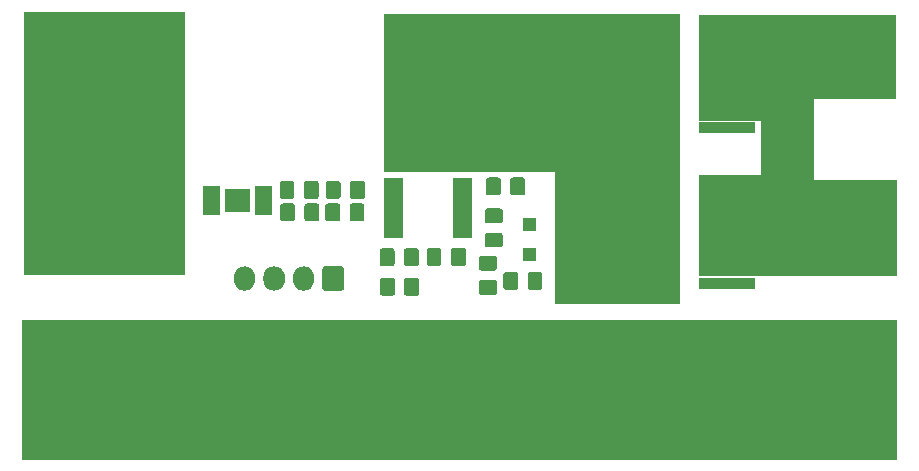
<source format=gts>
G04 #@! TF.GenerationSoftware,KiCad,Pcbnew,(5.1.2)-1*
G04 #@! TF.CreationDate,2019-09-07T09:30:14+02:00*
G04 #@! TF.ProjectId,Anti-Spark,416e7469-2d53-4706-9172-6b2e6b696361,rev?*
G04 #@! TF.SameCoordinates,Original*
G04 #@! TF.FileFunction,Soldermask,Top*
G04 #@! TF.FilePolarity,Negative*
%FSLAX46Y46*%
G04 Gerber Fmt 4.6, Leading zero omitted, Abs format (unit mm)*
G04 Created by KiCad (PCBNEW (5.1.2)-1) date 2019-09-07 09:30:14*
%MOMM*%
%LPD*%
G04 APERTURE LIST*
%ADD10C,0.100000*%
G04 APERTURE END LIST*
D10*
G36*
X147100000Y-58500000D02*
G01*
X140000000Y-58500000D01*
X140000000Y-50500000D01*
X147100000Y-50500000D01*
X147100000Y-58500000D01*
G37*
X147100000Y-58500000D02*
X140000000Y-58500000D01*
X140000000Y-50500000D01*
X147100000Y-50500000D01*
X147100000Y-58500000D01*
G36*
X147100000Y-74100000D02*
G01*
X73100000Y-74100000D01*
X73100000Y-62300000D01*
X147100000Y-62300000D01*
X147100000Y-74100000D01*
G37*
X147100000Y-74100000D02*
X73100000Y-74100000D01*
X73100000Y-62300000D01*
X147100000Y-62300000D01*
X147100000Y-74100000D01*
G36*
X128700000Y-60900000D02*
G01*
X118200000Y-60900000D01*
X118200000Y-49700000D01*
X103700000Y-49700000D01*
X103700000Y-36400000D01*
X128700000Y-36400000D01*
X128700000Y-60900000D01*
G37*
X128700000Y-60900000D02*
X118200000Y-60900000D01*
X118200000Y-49700000D01*
X103700000Y-49700000D01*
X103700000Y-36400000D01*
X128700000Y-36400000D01*
X128700000Y-60900000D01*
G36*
X86800000Y-58400000D02*
G01*
X73200000Y-58400000D01*
X73200000Y-36200000D01*
X86800000Y-36200000D01*
X86800000Y-58400000D01*
G37*
X86800000Y-58400000D02*
X73200000Y-58400000D01*
X73200000Y-36200000D01*
X86800000Y-36200000D01*
X86800000Y-58400000D01*
G36*
X147000000Y-43500000D02*
G01*
X140000000Y-43500000D01*
X140000000Y-58500000D01*
X130400000Y-58500000D01*
X130400000Y-50000000D01*
X135600000Y-50000000D01*
X135600000Y-45400000D01*
X130400000Y-45400000D01*
X130400000Y-36500000D01*
X147000000Y-36500000D01*
X147000000Y-43500000D01*
G37*
X147000000Y-43500000D02*
X140000000Y-43500000D01*
X140000000Y-58500000D01*
X130400000Y-58500000D01*
X130400000Y-50000000D01*
X135600000Y-50000000D01*
X135600000Y-45400000D01*
X130400000Y-45400000D01*
X130400000Y-36500000D01*
X147000000Y-36500000D01*
X147000000Y-43500000D01*
G36*
X128364000Y-60844000D02*
G01*
X118862000Y-60844000D01*
X118862000Y-49942000D01*
X128364000Y-49942000D01*
X128364000Y-60844000D01*
X128364000Y-60844000D01*
G37*
G36*
X106513674Y-58753465D02*
G01*
X106551367Y-58764899D01*
X106586103Y-58783466D01*
X106616548Y-58808452D01*
X106641534Y-58838897D01*
X106660101Y-58873633D01*
X106671535Y-58911326D01*
X106676000Y-58956661D01*
X106676000Y-60043339D01*
X106671535Y-60088674D01*
X106660101Y-60126367D01*
X106641534Y-60161103D01*
X106616548Y-60191548D01*
X106586103Y-60216534D01*
X106551367Y-60235101D01*
X106513674Y-60246535D01*
X106468339Y-60251000D01*
X105631661Y-60251000D01*
X105586326Y-60246535D01*
X105548633Y-60235101D01*
X105513897Y-60216534D01*
X105483452Y-60191548D01*
X105458466Y-60161103D01*
X105439899Y-60126367D01*
X105428465Y-60088674D01*
X105424000Y-60043339D01*
X105424000Y-58956661D01*
X105428465Y-58911326D01*
X105439899Y-58873633D01*
X105458466Y-58838897D01*
X105483452Y-58808452D01*
X105513897Y-58783466D01*
X105548633Y-58764899D01*
X105586326Y-58753465D01*
X105631661Y-58749000D01*
X106468339Y-58749000D01*
X106513674Y-58753465D01*
X106513674Y-58753465D01*
G37*
G36*
X104463674Y-58753465D02*
G01*
X104501367Y-58764899D01*
X104536103Y-58783466D01*
X104566548Y-58808452D01*
X104591534Y-58838897D01*
X104610101Y-58873633D01*
X104621535Y-58911326D01*
X104626000Y-58956661D01*
X104626000Y-60043339D01*
X104621535Y-60088674D01*
X104610101Y-60126367D01*
X104591534Y-60161103D01*
X104566548Y-60191548D01*
X104536103Y-60216534D01*
X104501367Y-60235101D01*
X104463674Y-60246535D01*
X104418339Y-60251000D01*
X103581661Y-60251000D01*
X103536326Y-60246535D01*
X103498633Y-60235101D01*
X103463897Y-60216534D01*
X103433452Y-60191548D01*
X103408466Y-60161103D01*
X103389899Y-60126367D01*
X103378465Y-60088674D01*
X103374000Y-60043339D01*
X103374000Y-58956661D01*
X103378465Y-58911326D01*
X103389899Y-58873633D01*
X103408466Y-58838897D01*
X103433452Y-58808452D01*
X103463897Y-58783466D01*
X103498633Y-58764899D01*
X103536326Y-58753465D01*
X103581661Y-58749000D01*
X104418339Y-58749000D01*
X104463674Y-58753465D01*
X104463674Y-58753465D01*
G37*
G36*
X113088674Y-58928465D02*
G01*
X113126367Y-58939899D01*
X113161103Y-58958466D01*
X113191548Y-58983452D01*
X113216534Y-59013897D01*
X113235101Y-59048633D01*
X113246535Y-59086326D01*
X113251000Y-59131661D01*
X113251000Y-59968339D01*
X113246535Y-60013674D01*
X113235101Y-60051367D01*
X113216534Y-60086103D01*
X113191548Y-60116548D01*
X113161103Y-60141534D01*
X113126367Y-60160101D01*
X113088674Y-60171535D01*
X113043339Y-60176000D01*
X111956661Y-60176000D01*
X111911326Y-60171535D01*
X111873633Y-60160101D01*
X111838897Y-60141534D01*
X111808452Y-60116548D01*
X111783466Y-60086103D01*
X111764899Y-60051367D01*
X111753465Y-60013674D01*
X111749000Y-59968339D01*
X111749000Y-59131661D01*
X111753465Y-59086326D01*
X111764899Y-59048633D01*
X111783466Y-59013897D01*
X111808452Y-58983452D01*
X111838897Y-58958466D01*
X111873633Y-58939899D01*
X111911326Y-58928465D01*
X111956661Y-58924000D01*
X113043339Y-58924000D01*
X113088674Y-58928465D01*
X113088674Y-58928465D01*
G37*
G36*
X92076627Y-57787037D02*
G01*
X92246466Y-57838557D01*
X92402991Y-57922222D01*
X92438729Y-57951552D01*
X92540186Y-58034814D01*
X92610727Y-58120770D01*
X92652778Y-58172009D01*
X92736443Y-58328534D01*
X92787963Y-58498374D01*
X92801000Y-58630743D01*
X92801000Y-58969258D01*
X92787963Y-59101627D01*
X92736443Y-59271466D01*
X92652778Y-59427991D01*
X92623448Y-59463729D01*
X92540186Y-59565186D01*
X92402989Y-59677779D01*
X92246467Y-59761442D01*
X92246465Y-59761443D01*
X92076626Y-59812963D01*
X91900000Y-59830359D01*
X91723373Y-59812963D01*
X91553534Y-59761443D01*
X91397009Y-59677778D01*
X91338838Y-59630038D01*
X91259814Y-59565186D01*
X91147221Y-59427989D01*
X91063558Y-59271467D01*
X91063557Y-59271465D01*
X91012037Y-59101626D01*
X90999000Y-58969257D01*
X90999000Y-58630742D01*
X91012037Y-58498373D01*
X91063557Y-58328534D01*
X91147222Y-58172009D01*
X91259815Y-58034815D01*
X91397010Y-57922222D01*
X91553535Y-57838557D01*
X91723374Y-57787037D01*
X91900000Y-57769641D01*
X92076627Y-57787037D01*
X92076627Y-57787037D01*
G37*
G36*
X94576627Y-57787037D02*
G01*
X94746466Y-57838557D01*
X94902991Y-57922222D01*
X94938729Y-57951552D01*
X95040186Y-58034814D01*
X95110727Y-58120770D01*
X95152778Y-58172009D01*
X95236443Y-58328534D01*
X95287963Y-58498374D01*
X95301000Y-58630743D01*
X95301000Y-58969258D01*
X95287963Y-59101627D01*
X95236443Y-59271466D01*
X95152778Y-59427991D01*
X95123448Y-59463729D01*
X95040186Y-59565186D01*
X94902989Y-59677779D01*
X94746467Y-59761442D01*
X94746465Y-59761443D01*
X94576626Y-59812963D01*
X94400000Y-59830359D01*
X94223373Y-59812963D01*
X94053534Y-59761443D01*
X93897009Y-59677778D01*
X93838838Y-59630038D01*
X93759814Y-59565186D01*
X93647221Y-59427989D01*
X93563558Y-59271467D01*
X93563557Y-59271465D01*
X93512037Y-59101626D01*
X93499000Y-58969257D01*
X93499000Y-58630742D01*
X93512037Y-58498373D01*
X93563557Y-58328534D01*
X93647222Y-58172009D01*
X93759815Y-58034815D01*
X93897010Y-57922222D01*
X94053535Y-57838557D01*
X94223374Y-57787037D01*
X94400000Y-57769641D01*
X94576627Y-57787037D01*
X94576627Y-57787037D01*
G37*
G36*
X97076627Y-57787037D02*
G01*
X97246466Y-57838557D01*
X97402991Y-57922222D01*
X97438729Y-57951552D01*
X97540186Y-58034814D01*
X97610727Y-58120770D01*
X97652778Y-58172009D01*
X97736443Y-58328534D01*
X97787963Y-58498374D01*
X97801000Y-58630743D01*
X97801000Y-58969258D01*
X97787963Y-59101627D01*
X97736443Y-59271466D01*
X97652778Y-59427991D01*
X97623448Y-59463729D01*
X97540186Y-59565186D01*
X97402989Y-59677779D01*
X97246467Y-59761442D01*
X97246465Y-59761443D01*
X97076626Y-59812963D01*
X96900000Y-59830359D01*
X96723373Y-59812963D01*
X96553534Y-59761443D01*
X96397009Y-59677778D01*
X96338838Y-59630038D01*
X96259814Y-59565186D01*
X96147221Y-59427989D01*
X96063558Y-59271467D01*
X96063557Y-59271465D01*
X96012037Y-59101626D01*
X95999000Y-58969257D01*
X95999000Y-58630742D01*
X96012037Y-58498373D01*
X96063557Y-58328534D01*
X96147222Y-58172009D01*
X96259815Y-58034815D01*
X96397010Y-57922222D01*
X96553535Y-57838557D01*
X96723374Y-57787037D01*
X96900000Y-57769641D01*
X97076627Y-57787037D01*
X97076627Y-57787037D01*
G37*
G36*
X100158600Y-57777989D02*
G01*
X100191652Y-57788015D01*
X100222103Y-57804292D01*
X100248799Y-57826201D01*
X100270708Y-57852897D01*
X100286985Y-57883348D01*
X100297011Y-57916400D01*
X100301000Y-57956903D01*
X100301000Y-59643097D01*
X100297011Y-59683600D01*
X100286985Y-59716652D01*
X100270708Y-59747103D01*
X100248799Y-59773799D01*
X100222103Y-59795708D01*
X100191652Y-59811985D01*
X100158600Y-59822011D01*
X100118097Y-59826000D01*
X98681903Y-59826000D01*
X98641400Y-59822011D01*
X98608348Y-59811985D01*
X98577897Y-59795708D01*
X98551201Y-59773799D01*
X98529292Y-59747103D01*
X98513015Y-59716652D01*
X98502989Y-59683600D01*
X98499000Y-59643097D01*
X98499000Y-57956903D01*
X98502989Y-57916400D01*
X98513015Y-57883348D01*
X98529292Y-57852897D01*
X98551201Y-57826201D01*
X98577897Y-57804292D01*
X98608348Y-57788015D01*
X98641400Y-57777989D01*
X98681903Y-57774000D01*
X100118097Y-57774000D01*
X100158600Y-57777989D01*
X100158600Y-57777989D01*
G37*
G36*
X114913674Y-58253465D02*
G01*
X114951367Y-58264899D01*
X114986103Y-58283466D01*
X115016548Y-58308452D01*
X115041534Y-58338897D01*
X115060101Y-58373633D01*
X115071535Y-58411326D01*
X115076000Y-58456661D01*
X115076000Y-59543339D01*
X115071535Y-59588674D01*
X115060101Y-59626367D01*
X115041534Y-59661103D01*
X115016548Y-59691548D01*
X114986103Y-59716534D01*
X114951367Y-59735101D01*
X114913674Y-59746535D01*
X114868339Y-59751000D01*
X114031661Y-59751000D01*
X113986326Y-59746535D01*
X113948633Y-59735101D01*
X113913897Y-59716534D01*
X113883452Y-59691548D01*
X113858466Y-59661103D01*
X113839899Y-59626367D01*
X113828465Y-59588674D01*
X113824000Y-59543339D01*
X113824000Y-58456661D01*
X113828465Y-58411326D01*
X113839899Y-58373633D01*
X113858466Y-58338897D01*
X113883452Y-58308452D01*
X113913897Y-58283466D01*
X113948633Y-58264899D01*
X113986326Y-58253465D01*
X114031661Y-58249000D01*
X114868339Y-58249000D01*
X114913674Y-58253465D01*
X114913674Y-58253465D01*
G37*
G36*
X116963674Y-58253465D02*
G01*
X117001367Y-58264899D01*
X117036103Y-58283466D01*
X117066548Y-58308452D01*
X117091534Y-58338897D01*
X117110101Y-58373633D01*
X117121535Y-58411326D01*
X117126000Y-58456661D01*
X117126000Y-59543339D01*
X117121535Y-59588674D01*
X117110101Y-59626367D01*
X117091534Y-59661103D01*
X117066548Y-59691548D01*
X117036103Y-59716534D01*
X117001367Y-59735101D01*
X116963674Y-59746535D01*
X116918339Y-59751000D01*
X116081661Y-59751000D01*
X116036326Y-59746535D01*
X115998633Y-59735101D01*
X115963897Y-59716534D01*
X115933452Y-59691548D01*
X115908466Y-59661103D01*
X115889899Y-59626367D01*
X115878465Y-59588674D01*
X115874000Y-59543339D01*
X115874000Y-58456661D01*
X115878465Y-58411326D01*
X115889899Y-58373633D01*
X115908466Y-58338897D01*
X115933452Y-58308452D01*
X115963897Y-58283466D01*
X115998633Y-58264899D01*
X116036326Y-58253465D01*
X116081661Y-58249000D01*
X116918339Y-58249000D01*
X116963674Y-58253465D01*
X116963674Y-58253465D01*
G37*
G36*
X135114000Y-59654000D02*
G01*
X130412000Y-59654000D01*
X130412000Y-58752000D01*
X135114000Y-58752000D01*
X135114000Y-59654000D01*
X135114000Y-59654000D01*
G37*
G36*
X135114000Y-58384000D02*
G01*
X130412000Y-58384000D01*
X130412000Y-57482000D01*
X135114000Y-57482000D01*
X135114000Y-58384000D01*
X135114000Y-58384000D01*
G37*
G36*
X113088674Y-56878465D02*
G01*
X113126367Y-56889899D01*
X113161103Y-56908466D01*
X113191548Y-56933452D01*
X113216534Y-56963897D01*
X113235101Y-56998633D01*
X113246535Y-57036326D01*
X113251000Y-57081661D01*
X113251000Y-57918339D01*
X113246535Y-57963674D01*
X113235101Y-58001367D01*
X113216534Y-58036103D01*
X113191548Y-58066548D01*
X113161103Y-58091534D01*
X113126367Y-58110101D01*
X113088674Y-58121535D01*
X113043339Y-58126000D01*
X111956661Y-58126000D01*
X111911326Y-58121535D01*
X111873633Y-58110101D01*
X111838897Y-58091534D01*
X111808452Y-58066548D01*
X111783466Y-58036103D01*
X111764899Y-58001367D01*
X111753465Y-57963674D01*
X111749000Y-57918339D01*
X111749000Y-57081661D01*
X111753465Y-57036326D01*
X111764899Y-56998633D01*
X111783466Y-56963897D01*
X111808452Y-56933452D01*
X111838897Y-56908466D01*
X111873633Y-56889899D01*
X111911326Y-56878465D01*
X111956661Y-56874000D01*
X113043339Y-56874000D01*
X113088674Y-56878465D01*
X113088674Y-56878465D01*
G37*
G36*
X106488674Y-56253465D02*
G01*
X106526367Y-56264899D01*
X106561103Y-56283466D01*
X106591548Y-56308452D01*
X106616534Y-56338897D01*
X106635101Y-56373633D01*
X106646535Y-56411326D01*
X106651000Y-56456661D01*
X106651000Y-57543339D01*
X106646535Y-57588674D01*
X106635101Y-57626367D01*
X106616534Y-57661103D01*
X106591548Y-57691548D01*
X106561103Y-57716534D01*
X106526367Y-57735101D01*
X106488674Y-57746535D01*
X106443339Y-57751000D01*
X105606661Y-57751000D01*
X105561326Y-57746535D01*
X105523633Y-57735101D01*
X105488897Y-57716534D01*
X105458452Y-57691548D01*
X105433466Y-57661103D01*
X105414899Y-57626367D01*
X105403465Y-57588674D01*
X105399000Y-57543339D01*
X105399000Y-56456661D01*
X105403465Y-56411326D01*
X105414899Y-56373633D01*
X105433466Y-56338897D01*
X105458452Y-56308452D01*
X105488897Y-56283466D01*
X105523633Y-56264899D01*
X105561326Y-56253465D01*
X105606661Y-56249000D01*
X106443339Y-56249000D01*
X106488674Y-56253465D01*
X106488674Y-56253465D01*
G37*
G36*
X104438674Y-56253465D02*
G01*
X104476367Y-56264899D01*
X104511103Y-56283466D01*
X104541548Y-56308452D01*
X104566534Y-56338897D01*
X104585101Y-56373633D01*
X104596535Y-56411326D01*
X104601000Y-56456661D01*
X104601000Y-57543339D01*
X104596535Y-57588674D01*
X104585101Y-57626367D01*
X104566534Y-57661103D01*
X104541548Y-57691548D01*
X104511103Y-57716534D01*
X104476367Y-57735101D01*
X104438674Y-57746535D01*
X104393339Y-57751000D01*
X103556661Y-57751000D01*
X103511326Y-57746535D01*
X103473633Y-57735101D01*
X103438897Y-57716534D01*
X103408452Y-57691548D01*
X103383466Y-57661103D01*
X103364899Y-57626367D01*
X103353465Y-57588674D01*
X103349000Y-57543339D01*
X103349000Y-56456661D01*
X103353465Y-56411326D01*
X103364899Y-56373633D01*
X103383466Y-56338897D01*
X103408452Y-56308452D01*
X103438897Y-56283466D01*
X103473633Y-56264899D01*
X103511326Y-56253465D01*
X103556661Y-56249000D01*
X104393339Y-56249000D01*
X104438674Y-56253465D01*
X104438674Y-56253465D01*
G37*
G36*
X110463674Y-56221465D02*
G01*
X110501367Y-56232899D01*
X110536103Y-56251466D01*
X110566548Y-56276452D01*
X110591534Y-56306897D01*
X110610101Y-56341633D01*
X110621535Y-56379326D01*
X110626000Y-56424661D01*
X110626000Y-57511339D01*
X110621535Y-57556674D01*
X110610101Y-57594367D01*
X110591534Y-57629103D01*
X110566548Y-57659548D01*
X110536103Y-57684534D01*
X110501367Y-57703101D01*
X110463674Y-57714535D01*
X110418339Y-57719000D01*
X109581661Y-57719000D01*
X109536326Y-57714535D01*
X109498633Y-57703101D01*
X109463897Y-57684534D01*
X109433452Y-57659548D01*
X109408466Y-57629103D01*
X109389899Y-57594367D01*
X109378465Y-57556674D01*
X109374000Y-57511339D01*
X109374000Y-56424661D01*
X109378465Y-56379326D01*
X109389899Y-56341633D01*
X109408466Y-56306897D01*
X109433452Y-56276452D01*
X109463897Y-56251466D01*
X109498633Y-56232899D01*
X109536326Y-56221465D01*
X109581661Y-56217000D01*
X110418339Y-56217000D01*
X110463674Y-56221465D01*
X110463674Y-56221465D01*
G37*
G36*
X108413674Y-56221465D02*
G01*
X108451367Y-56232899D01*
X108486103Y-56251466D01*
X108516548Y-56276452D01*
X108541534Y-56306897D01*
X108560101Y-56341633D01*
X108571535Y-56379326D01*
X108576000Y-56424661D01*
X108576000Y-57511339D01*
X108571535Y-57556674D01*
X108560101Y-57594367D01*
X108541534Y-57629103D01*
X108516548Y-57659548D01*
X108486103Y-57684534D01*
X108451367Y-57703101D01*
X108413674Y-57714535D01*
X108368339Y-57719000D01*
X107531661Y-57719000D01*
X107486326Y-57714535D01*
X107448633Y-57703101D01*
X107413897Y-57684534D01*
X107383452Y-57659548D01*
X107358466Y-57629103D01*
X107339899Y-57594367D01*
X107328465Y-57556674D01*
X107324000Y-57511339D01*
X107324000Y-56424661D01*
X107328465Y-56379326D01*
X107339899Y-56341633D01*
X107358466Y-56306897D01*
X107383452Y-56276452D01*
X107413897Y-56251466D01*
X107448633Y-56232899D01*
X107486326Y-56221465D01*
X107531661Y-56217000D01*
X108368339Y-56217000D01*
X108413674Y-56221465D01*
X108413674Y-56221465D01*
G37*
G36*
X116551000Y-57301000D02*
G01*
X115449000Y-57301000D01*
X115449000Y-56199000D01*
X116551000Y-56199000D01*
X116551000Y-57301000D01*
X116551000Y-57301000D01*
G37*
G36*
X135114000Y-57114000D02*
G01*
X130412000Y-57114000D01*
X130412000Y-56212000D01*
X135114000Y-56212000D01*
X135114000Y-57114000D01*
X135114000Y-57114000D01*
G37*
G36*
X113588674Y-54928465D02*
G01*
X113626367Y-54939899D01*
X113661103Y-54958466D01*
X113691548Y-54983452D01*
X113716534Y-55013897D01*
X113735101Y-55048633D01*
X113746535Y-55086326D01*
X113751000Y-55131661D01*
X113751000Y-55968339D01*
X113746535Y-56013674D01*
X113735101Y-56051367D01*
X113716534Y-56086103D01*
X113691548Y-56116548D01*
X113661103Y-56141534D01*
X113626367Y-56160101D01*
X113588674Y-56171535D01*
X113543339Y-56176000D01*
X112456661Y-56176000D01*
X112411326Y-56171535D01*
X112373633Y-56160101D01*
X112338897Y-56141534D01*
X112308452Y-56116548D01*
X112283466Y-56086103D01*
X112264899Y-56051367D01*
X112253465Y-56013674D01*
X112249000Y-55968339D01*
X112249000Y-55131661D01*
X112253465Y-55086326D01*
X112264899Y-55048633D01*
X112283466Y-55013897D01*
X112308452Y-54983452D01*
X112338897Y-54958466D01*
X112373633Y-54939899D01*
X112411326Y-54928465D01*
X112456661Y-54924000D01*
X113543339Y-54924000D01*
X113588674Y-54928465D01*
X113588674Y-54928465D01*
G37*
G36*
X111164500Y-55384000D02*
G01*
X109587500Y-55384000D01*
X109587500Y-50282000D01*
X111164500Y-50282000D01*
X111164500Y-55384000D01*
X111164500Y-55384000D01*
G37*
G36*
X105288500Y-55384000D02*
G01*
X103711500Y-55384000D01*
X103711500Y-50282000D01*
X105288500Y-50282000D01*
X105288500Y-55384000D01*
X105288500Y-55384000D01*
G37*
G36*
X116551000Y-54801000D02*
G01*
X115449000Y-54801000D01*
X115449000Y-53699000D01*
X116551000Y-53699000D01*
X116551000Y-54801000D01*
X116551000Y-54801000D01*
G37*
G36*
X135114000Y-54574000D02*
G01*
X130412000Y-54574000D01*
X130412000Y-53672000D01*
X135114000Y-53672000D01*
X135114000Y-54574000D01*
X135114000Y-54574000D01*
G37*
G36*
X113588674Y-52878465D02*
G01*
X113626367Y-52889899D01*
X113661103Y-52908466D01*
X113691548Y-52933452D01*
X113716534Y-52963897D01*
X113735101Y-52998633D01*
X113746535Y-53036326D01*
X113751000Y-53081661D01*
X113751000Y-53918339D01*
X113746535Y-53963674D01*
X113735101Y-54001367D01*
X113716534Y-54036103D01*
X113691548Y-54066548D01*
X113661103Y-54091534D01*
X113626367Y-54110101D01*
X113588674Y-54121535D01*
X113543339Y-54126000D01*
X112456661Y-54126000D01*
X112411326Y-54121535D01*
X112373633Y-54110101D01*
X112338897Y-54091534D01*
X112308452Y-54066548D01*
X112283466Y-54036103D01*
X112264899Y-54001367D01*
X112253465Y-53963674D01*
X112249000Y-53918339D01*
X112249000Y-53081661D01*
X112253465Y-53036326D01*
X112264899Y-52998633D01*
X112283466Y-52963897D01*
X112308452Y-52933452D01*
X112338897Y-52908466D01*
X112373633Y-52889899D01*
X112411326Y-52878465D01*
X112456661Y-52874000D01*
X113543339Y-52874000D01*
X113588674Y-52878465D01*
X113588674Y-52878465D01*
G37*
G36*
X98063674Y-52453465D02*
G01*
X98101367Y-52464899D01*
X98136103Y-52483466D01*
X98166548Y-52508452D01*
X98191534Y-52538897D01*
X98210101Y-52573633D01*
X98221535Y-52611326D01*
X98226000Y-52656661D01*
X98226000Y-53743339D01*
X98221535Y-53788674D01*
X98210101Y-53826367D01*
X98191534Y-53861103D01*
X98166548Y-53891548D01*
X98136103Y-53916534D01*
X98101367Y-53935101D01*
X98063674Y-53946535D01*
X98018339Y-53951000D01*
X97181661Y-53951000D01*
X97136326Y-53946535D01*
X97098633Y-53935101D01*
X97063897Y-53916534D01*
X97033452Y-53891548D01*
X97008466Y-53861103D01*
X96989899Y-53826367D01*
X96978465Y-53788674D01*
X96974000Y-53743339D01*
X96974000Y-52656661D01*
X96978465Y-52611326D01*
X96989899Y-52573633D01*
X97008466Y-52538897D01*
X97033452Y-52508452D01*
X97063897Y-52483466D01*
X97098633Y-52464899D01*
X97136326Y-52453465D01*
X97181661Y-52449000D01*
X98018339Y-52449000D01*
X98063674Y-52453465D01*
X98063674Y-52453465D01*
G37*
G36*
X96013674Y-52453465D02*
G01*
X96051367Y-52464899D01*
X96086103Y-52483466D01*
X96116548Y-52508452D01*
X96141534Y-52538897D01*
X96160101Y-52573633D01*
X96171535Y-52611326D01*
X96176000Y-52656661D01*
X96176000Y-53743339D01*
X96171535Y-53788674D01*
X96160101Y-53826367D01*
X96141534Y-53861103D01*
X96116548Y-53891548D01*
X96086103Y-53916534D01*
X96051367Y-53935101D01*
X96013674Y-53946535D01*
X95968339Y-53951000D01*
X95131661Y-53951000D01*
X95086326Y-53946535D01*
X95048633Y-53935101D01*
X95013897Y-53916534D01*
X94983452Y-53891548D01*
X94958466Y-53861103D01*
X94939899Y-53826367D01*
X94928465Y-53788674D01*
X94924000Y-53743339D01*
X94924000Y-52656661D01*
X94928465Y-52611326D01*
X94939899Y-52573633D01*
X94958466Y-52538897D01*
X94983452Y-52508452D01*
X95013897Y-52483466D01*
X95048633Y-52464899D01*
X95086326Y-52453465D01*
X95131661Y-52449000D01*
X95968339Y-52449000D01*
X96013674Y-52453465D01*
X96013674Y-52453465D01*
G37*
G36*
X101888674Y-52453465D02*
G01*
X101926367Y-52464899D01*
X101961103Y-52483466D01*
X101991548Y-52508452D01*
X102016534Y-52538897D01*
X102035101Y-52573633D01*
X102046535Y-52611326D01*
X102051000Y-52656661D01*
X102051000Y-53743339D01*
X102046535Y-53788674D01*
X102035101Y-53826367D01*
X102016534Y-53861103D01*
X101991548Y-53891548D01*
X101961103Y-53916534D01*
X101926367Y-53935101D01*
X101888674Y-53946535D01*
X101843339Y-53951000D01*
X101006661Y-53951000D01*
X100961326Y-53946535D01*
X100923633Y-53935101D01*
X100888897Y-53916534D01*
X100858452Y-53891548D01*
X100833466Y-53861103D01*
X100814899Y-53826367D01*
X100803465Y-53788674D01*
X100799000Y-53743339D01*
X100799000Y-52656661D01*
X100803465Y-52611326D01*
X100814899Y-52573633D01*
X100833466Y-52538897D01*
X100858452Y-52508452D01*
X100888897Y-52483466D01*
X100923633Y-52464899D01*
X100961326Y-52453465D01*
X101006661Y-52449000D01*
X101843339Y-52449000D01*
X101888674Y-52453465D01*
X101888674Y-52453465D01*
G37*
G36*
X99838674Y-52453465D02*
G01*
X99876367Y-52464899D01*
X99911103Y-52483466D01*
X99941548Y-52508452D01*
X99966534Y-52538897D01*
X99985101Y-52573633D01*
X99996535Y-52611326D01*
X100001000Y-52656661D01*
X100001000Y-53743339D01*
X99996535Y-53788674D01*
X99985101Y-53826367D01*
X99966534Y-53861103D01*
X99941548Y-53891548D01*
X99911103Y-53916534D01*
X99876367Y-53935101D01*
X99838674Y-53946535D01*
X99793339Y-53951000D01*
X98956661Y-53951000D01*
X98911326Y-53946535D01*
X98873633Y-53935101D01*
X98838897Y-53916534D01*
X98808452Y-53891548D01*
X98783466Y-53861103D01*
X98764899Y-53826367D01*
X98753465Y-53788674D01*
X98749000Y-53743339D01*
X98749000Y-52656661D01*
X98753465Y-52611326D01*
X98764899Y-52573633D01*
X98783466Y-52538897D01*
X98808452Y-52508452D01*
X98838897Y-52483466D01*
X98873633Y-52464899D01*
X98911326Y-52453465D01*
X98956661Y-52449000D01*
X99793339Y-52449000D01*
X99838674Y-52453465D01*
X99838674Y-52453465D01*
G37*
G36*
X94251000Y-53451000D02*
G01*
X92749000Y-53451000D01*
X92749000Y-50949000D01*
X94251000Y-50949000D01*
X94251000Y-53451000D01*
X94251000Y-53451000D01*
G37*
G36*
X89851000Y-53451000D02*
G01*
X88349000Y-53451000D01*
X88349000Y-50949000D01*
X89851000Y-50949000D01*
X89851000Y-53451000D01*
X89851000Y-53451000D01*
G37*
G36*
X135114000Y-53304000D02*
G01*
X130412000Y-53304000D01*
X130412000Y-52402000D01*
X135114000Y-52402000D01*
X135114000Y-53304000D01*
X135114000Y-53304000D01*
G37*
G36*
X92341000Y-53191000D02*
G01*
X90259000Y-53191000D01*
X90259000Y-51209000D01*
X92341000Y-51209000D01*
X92341000Y-53191000D01*
X92341000Y-53191000D01*
G37*
G36*
X98013674Y-50553465D02*
G01*
X98051367Y-50564899D01*
X98086103Y-50583466D01*
X98116548Y-50608452D01*
X98141534Y-50638897D01*
X98160101Y-50673633D01*
X98171535Y-50711326D01*
X98176000Y-50756661D01*
X98176000Y-51843339D01*
X98171535Y-51888674D01*
X98160101Y-51926367D01*
X98141534Y-51961103D01*
X98116548Y-51991548D01*
X98086103Y-52016534D01*
X98051367Y-52035101D01*
X98013674Y-52046535D01*
X97968339Y-52051000D01*
X97131661Y-52051000D01*
X97086326Y-52046535D01*
X97048633Y-52035101D01*
X97013897Y-52016534D01*
X96983452Y-51991548D01*
X96958466Y-51961103D01*
X96939899Y-51926367D01*
X96928465Y-51888674D01*
X96924000Y-51843339D01*
X96924000Y-50756661D01*
X96928465Y-50711326D01*
X96939899Y-50673633D01*
X96958466Y-50638897D01*
X96983452Y-50608452D01*
X97013897Y-50583466D01*
X97048633Y-50564899D01*
X97086326Y-50553465D01*
X97131661Y-50549000D01*
X97968339Y-50549000D01*
X98013674Y-50553465D01*
X98013674Y-50553465D01*
G37*
G36*
X101913674Y-50553465D02*
G01*
X101951367Y-50564899D01*
X101986103Y-50583466D01*
X102016548Y-50608452D01*
X102041534Y-50638897D01*
X102060101Y-50673633D01*
X102071535Y-50711326D01*
X102076000Y-50756661D01*
X102076000Y-51843339D01*
X102071535Y-51888674D01*
X102060101Y-51926367D01*
X102041534Y-51961103D01*
X102016548Y-51991548D01*
X101986103Y-52016534D01*
X101951367Y-52035101D01*
X101913674Y-52046535D01*
X101868339Y-52051000D01*
X101031661Y-52051000D01*
X100986326Y-52046535D01*
X100948633Y-52035101D01*
X100913897Y-52016534D01*
X100883452Y-51991548D01*
X100858466Y-51961103D01*
X100839899Y-51926367D01*
X100828465Y-51888674D01*
X100824000Y-51843339D01*
X100824000Y-50756661D01*
X100828465Y-50711326D01*
X100839899Y-50673633D01*
X100858466Y-50638897D01*
X100883452Y-50608452D01*
X100913897Y-50583466D01*
X100948633Y-50564899D01*
X100986326Y-50553465D01*
X101031661Y-50549000D01*
X101868339Y-50549000D01*
X101913674Y-50553465D01*
X101913674Y-50553465D01*
G37*
G36*
X99863674Y-50553465D02*
G01*
X99901367Y-50564899D01*
X99936103Y-50583466D01*
X99966548Y-50608452D01*
X99991534Y-50638897D01*
X100010101Y-50673633D01*
X100021535Y-50711326D01*
X100026000Y-50756661D01*
X100026000Y-51843339D01*
X100021535Y-51888674D01*
X100010101Y-51926367D01*
X99991534Y-51961103D01*
X99966548Y-51991548D01*
X99936103Y-52016534D01*
X99901367Y-52035101D01*
X99863674Y-52046535D01*
X99818339Y-52051000D01*
X98981661Y-52051000D01*
X98936326Y-52046535D01*
X98898633Y-52035101D01*
X98863897Y-52016534D01*
X98833452Y-51991548D01*
X98808466Y-51961103D01*
X98789899Y-51926367D01*
X98778465Y-51888674D01*
X98774000Y-51843339D01*
X98774000Y-50756661D01*
X98778465Y-50711326D01*
X98789899Y-50673633D01*
X98808466Y-50638897D01*
X98833452Y-50608452D01*
X98863897Y-50583466D01*
X98898633Y-50564899D01*
X98936326Y-50553465D01*
X98981661Y-50549000D01*
X99818339Y-50549000D01*
X99863674Y-50553465D01*
X99863674Y-50553465D01*
G37*
G36*
X95963674Y-50553465D02*
G01*
X96001367Y-50564899D01*
X96036103Y-50583466D01*
X96066548Y-50608452D01*
X96091534Y-50638897D01*
X96110101Y-50673633D01*
X96121535Y-50711326D01*
X96126000Y-50756661D01*
X96126000Y-51843339D01*
X96121535Y-51888674D01*
X96110101Y-51926367D01*
X96091534Y-51961103D01*
X96066548Y-51991548D01*
X96036103Y-52016534D01*
X96001367Y-52035101D01*
X95963674Y-52046535D01*
X95918339Y-52051000D01*
X95081661Y-52051000D01*
X95036326Y-52046535D01*
X94998633Y-52035101D01*
X94963897Y-52016534D01*
X94933452Y-51991548D01*
X94908466Y-51961103D01*
X94889899Y-51926367D01*
X94878465Y-51888674D01*
X94874000Y-51843339D01*
X94874000Y-50756661D01*
X94878465Y-50711326D01*
X94889899Y-50673633D01*
X94908466Y-50638897D01*
X94933452Y-50608452D01*
X94963897Y-50583466D01*
X94998633Y-50564899D01*
X95036326Y-50553465D01*
X95081661Y-50549000D01*
X95918339Y-50549000D01*
X95963674Y-50553465D01*
X95963674Y-50553465D01*
G37*
G36*
X135114000Y-52034000D02*
G01*
X130412000Y-52034000D01*
X130412000Y-51132000D01*
X135114000Y-51132000D01*
X135114000Y-52034000D01*
X135114000Y-52034000D01*
G37*
G36*
X113438674Y-50253465D02*
G01*
X113476367Y-50264899D01*
X113511103Y-50283466D01*
X113541548Y-50308452D01*
X113566534Y-50338897D01*
X113585101Y-50373633D01*
X113596535Y-50411326D01*
X113601000Y-50456661D01*
X113601000Y-51543339D01*
X113596535Y-51588674D01*
X113585101Y-51626367D01*
X113566534Y-51661103D01*
X113541548Y-51691548D01*
X113511103Y-51716534D01*
X113476367Y-51735101D01*
X113438674Y-51746535D01*
X113393339Y-51751000D01*
X112556661Y-51751000D01*
X112511326Y-51746535D01*
X112473633Y-51735101D01*
X112438897Y-51716534D01*
X112408452Y-51691548D01*
X112383466Y-51661103D01*
X112364899Y-51626367D01*
X112353465Y-51588674D01*
X112349000Y-51543339D01*
X112349000Y-50456661D01*
X112353465Y-50411326D01*
X112364899Y-50373633D01*
X112383466Y-50338897D01*
X112408452Y-50308452D01*
X112438897Y-50283466D01*
X112473633Y-50264899D01*
X112511326Y-50253465D01*
X112556661Y-50249000D01*
X113393339Y-50249000D01*
X113438674Y-50253465D01*
X113438674Y-50253465D01*
G37*
G36*
X115488674Y-50253465D02*
G01*
X115526367Y-50264899D01*
X115561103Y-50283466D01*
X115591548Y-50308452D01*
X115616534Y-50338897D01*
X115635101Y-50373633D01*
X115646535Y-50411326D01*
X115651000Y-50456661D01*
X115651000Y-51543339D01*
X115646535Y-51588674D01*
X115635101Y-51626367D01*
X115616534Y-51661103D01*
X115591548Y-51691548D01*
X115561103Y-51716534D01*
X115526367Y-51735101D01*
X115488674Y-51746535D01*
X115443339Y-51751000D01*
X114606661Y-51751000D01*
X114561326Y-51746535D01*
X114523633Y-51735101D01*
X114488897Y-51716534D01*
X114458452Y-51691548D01*
X114433466Y-51661103D01*
X114414899Y-51626367D01*
X114403465Y-51588674D01*
X114399000Y-51543339D01*
X114399000Y-50456661D01*
X114403465Y-50411326D01*
X114414899Y-50373633D01*
X114433466Y-50338897D01*
X114458452Y-50308452D01*
X114488897Y-50283466D01*
X114523633Y-50264899D01*
X114561326Y-50253465D01*
X114606661Y-50249000D01*
X115443339Y-50249000D01*
X115488674Y-50253465D01*
X115488674Y-50253465D01*
G37*
G36*
X86831000Y-49517000D02*
G01*
X73729000Y-49517000D01*
X73729000Y-36415000D01*
X86831000Y-36415000D01*
X86831000Y-49517000D01*
X86831000Y-49517000D01*
G37*
G36*
X116831000Y-49517000D02*
G01*
X103729000Y-49517000D01*
X103729000Y-36415000D01*
X116831000Y-36415000D01*
X116831000Y-49517000D01*
X116831000Y-49517000D01*
G37*
G36*
X128364000Y-47674000D02*
G01*
X118862000Y-47674000D01*
X118862000Y-36772000D01*
X128364000Y-36772000D01*
X128364000Y-47674000D01*
X128364000Y-47674000D01*
G37*
G36*
X135114000Y-46484000D02*
G01*
X130412000Y-46484000D01*
X130412000Y-45582000D01*
X135114000Y-45582000D01*
X135114000Y-46484000D01*
X135114000Y-46484000D01*
G37*
G36*
X135114000Y-45214000D02*
G01*
X130412000Y-45214000D01*
X130412000Y-44312000D01*
X135114000Y-44312000D01*
X135114000Y-45214000D01*
X135114000Y-45214000D01*
G37*
G36*
X135114000Y-43944000D02*
G01*
X130412000Y-43944000D01*
X130412000Y-43042000D01*
X135114000Y-43042000D01*
X135114000Y-43944000D01*
X135114000Y-43944000D01*
G37*
G36*
X135114000Y-41404000D02*
G01*
X130412000Y-41404000D01*
X130412000Y-40502000D01*
X135114000Y-40502000D01*
X135114000Y-41404000D01*
X135114000Y-41404000D01*
G37*
G36*
X135114000Y-40134000D02*
G01*
X130412000Y-40134000D01*
X130412000Y-39232000D01*
X135114000Y-39232000D01*
X135114000Y-40134000D01*
X135114000Y-40134000D01*
G37*
G36*
X135114000Y-38864000D02*
G01*
X130412000Y-38864000D01*
X130412000Y-37962000D01*
X135114000Y-37962000D01*
X135114000Y-38864000D01*
X135114000Y-38864000D01*
G37*
M02*

</source>
